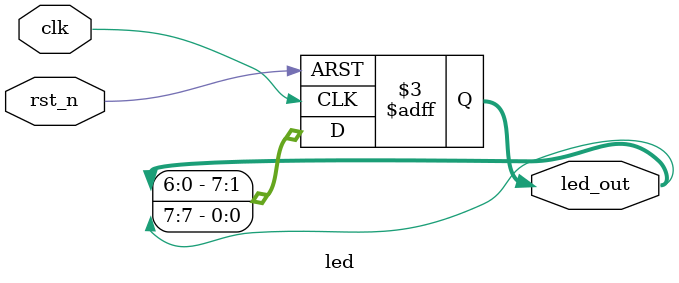
<source format=v>
module led (
    input wire clk,
    input wire rst_n,
    output reg [7:0] led_out
);

always @(posedge clk or negedge rst_n) begin
    if (!rst_n) begin
        led_out <= 8'b00000000;
    end else begin
        led_out <= {led_out[6:0], led_out[7]};
    end
end

endmodule //led
</source>
